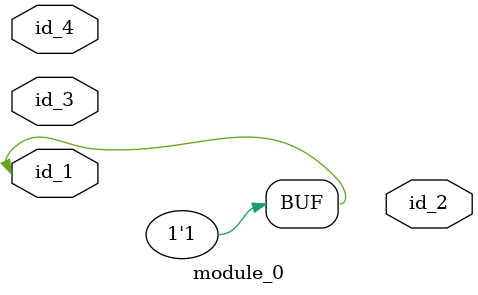
<source format=v>
module module_0 (
    id_1,
    id_2,
    id_3,
    id_4
);
  input id_4;
  input id_3;
  output id_2;
  inout id_1;
  assign id_1 = 1;
endmodule

</source>
